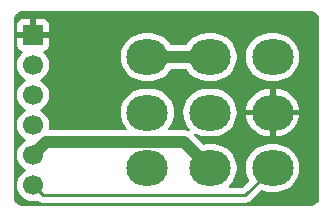
<source format=gbr>
%TF.GenerationSoftware,KiCad,Pcbnew,9.0.6*%
%TF.CreationDate,2025-11-23T18:57:29-06:00*%
%TF.ProjectId,switch,73776974-6368-42e6-9b69-6361645f7063,0.6.1*%
%TF.SameCoordinates,Original*%
%TF.FileFunction,Copper,L2,Bot*%
%TF.FilePolarity,Positive*%
%FSLAX46Y46*%
G04 Gerber Fmt 4.6, Leading zero omitted, Abs format (unit mm)*
G04 Created by KiCad (PCBNEW 9.0.6) date 2025-11-23 18:57:29*
%MOMM*%
%LPD*%
G01*
G04 APERTURE LIST*
%TA.AperFunction,ComponentPad*%
%ADD10O,3.500000X3.000000*%
%TD*%
%TA.AperFunction,ComponentPad*%
%ADD11R,1.700000X1.700000*%
%TD*%
%TA.AperFunction,ComponentPad*%
%ADD12C,1.700000*%
%TD*%
%TA.AperFunction,Conductor*%
%ADD13C,0.250000*%
%TD*%
%TA.AperFunction,Conductor*%
%ADD14C,1.000000*%
%TD*%
G04 APERTURE END LIST*
D10*
%TO.P,SW1,1,A*%
%TO.N,Net-(SW1-A-Pad1)*%
X127100000Y-97425000D03*
%TO.P,SW1,2,B*%
%TO.N,/JIN*%
X127100000Y-102125000D03*
%TO.P,SW1,3,C*%
%TO.N,Net-(J2-Pin_4)*%
X127100000Y-106825000D03*
%TO.P,SW1,4,A*%
%TO.N,Net-(SW1-A-Pad1)*%
X132400000Y-97425000D03*
%TO.P,SW1,5,B*%
%TO.N,Net-(J2-Pin_3)*%
X132400000Y-102125000D03*
%TO.P,SW1,6,C*%
%TO.N,Net-(J2-Pin_5)*%
X132400000Y-106825000D03*
%TO.P,SW1,7,A*%
%TO.N,unconnected-(SW1-A-Pad7)*%
X137700000Y-97425000D03*
%TO.P,SW1,8,B*%
%TO.N,/9V*%
X137700000Y-102125000D03*
%TO.P,SW1,9,C*%
%TO.N,Net-(J2-Pin_6)*%
X137700000Y-106825000D03*
%TD*%
D11*
%TO.P,J2,1,Pin_1*%
%TO.N,/9V*%
X117410000Y-95575000D03*
D12*
%TO.P,J2,2,Pin_2*%
%TO.N,/JIN*%
X117410000Y-98115000D03*
%TO.P,J2,3,Pin_3*%
%TO.N,Net-(J2-Pin_3)*%
X117410000Y-100655000D03*
%TO.P,J2,4,Pin_4*%
%TO.N,Net-(J2-Pin_4)*%
X117410000Y-103195000D03*
%TO.P,J2,5,Pin_5*%
%TO.N,Net-(J2-Pin_5)*%
X117410000Y-105735000D03*
%TO.P,J2,6,Pin_6*%
%TO.N,Net-(J2-Pin_6)*%
X117410000Y-108275000D03*
%TD*%
D13*
%TO.N,Net-(J2-Pin_6)*%
X117410000Y-108275000D02*
X118260000Y-109125000D01*
X135400000Y-109125000D02*
X137700000Y-106825000D01*
X118260000Y-109125000D02*
X135400000Y-109125000D01*
D14*
%TO.N,Net-(J2-Pin_5)*%
X117410000Y-105735000D02*
X118521000Y-104624000D01*
X118521000Y-104624000D02*
X130199000Y-104624000D01*
X130199000Y-104624000D02*
X132400000Y-106825000D01*
%TO.N,Net-(SW1-A-Pad1)*%
X127100000Y-97425000D02*
X132400000Y-97425000D01*
%TD*%
%TA.AperFunction,Conductor*%
%TO.N,/9V*%
G36*
X140906061Y-93536097D02*
G01*
X140916635Y-93537138D01*
X141034069Y-93548704D01*
X141057897Y-93553443D01*
X141175140Y-93589008D01*
X141197589Y-93598308D01*
X141256123Y-93629595D01*
X141305630Y-93656057D01*
X141325840Y-93669561D01*
X141420535Y-93747274D01*
X141437725Y-93764464D01*
X141515438Y-93859159D01*
X141528942Y-93879369D01*
X141586690Y-93987407D01*
X141595993Y-94009865D01*
X141631554Y-94127093D01*
X141636296Y-94150935D01*
X141648903Y-94278938D01*
X141649500Y-94291092D01*
X141649500Y-109278907D01*
X141648903Y-109291061D01*
X141636296Y-109419064D01*
X141631554Y-109442906D01*
X141595993Y-109560134D01*
X141586690Y-109582592D01*
X141528942Y-109690630D01*
X141515438Y-109710840D01*
X141437725Y-109805535D01*
X141420535Y-109822725D01*
X141325840Y-109900438D01*
X141305630Y-109913942D01*
X141197592Y-109971690D01*
X141175134Y-109980993D01*
X141057906Y-110016554D01*
X141034064Y-110021296D01*
X140906062Y-110033903D01*
X140893908Y-110034500D01*
X116546092Y-110034500D01*
X116533938Y-110033903D01*
X116405935Y-110021296D01*
X116382095Y-110016554D01*
X116264864Y-109980992D01*
X116242407Y-109971690D01*
X116134369Y-109913942D01*
X116114159Y-109900438D01*
X116019464Y-109822725D01*
X116002274Y-109805535D01*
X115957109Y-109750501D01*
X115924560Y-109710839D01*
X115911057Y-109690630D01*
X115853308Y-109582589D01*
X115844008Y-109560140D01*
X115808443Y-109442897D01*
X115803704Y-109419069D01*
X115791097Y-109291060D01*
X115790500Y-109278907D01*
X115790500Y-98008713D01*
X116059500Y-98008713D01*
X116059500Y-98221286D01*
X116092753Y-98431239D01*
X116158444Y-98633414D01*
X116254951Y-98822820D01*
X116379890Y-98994786D01*
X116530213Y-99145109D01*
X116702182Y-99270050D01*
X116710946Y-99274516D01*
X116761742Y-99322491D01*
X116778536Y-99390312D01*
X116755998Y-99456447D01*
X116710946Y-99495484D01*
X116702182Y-99499949D01*
X116530213Y-99624890D01*
X116379890Y-99775213D01*
X116254951Y-99947179D01*
X116158444Y-100136585D01*
X116092753Y-100338760D01*
X116059500Y-100548713D01*
X116059500Y-100761286D01*
X116092753Y-100971239D01*
X116158444Y-101173414D01*
X116254951Y-101362820D01*
X116379890Y-101534786D01*
X116530213Y-101685109D01*
X116702182Y-101810050D01*
X116710946Y-101814516D01*
X116761742Y-101862491D01*
X116778536Y-101930312D01*
X116755998Y-101996447D01*
X116710946Y-102035484D01*
X116702182Y-102039949D01*
X116530213Y-102164890D01*
X116379890Y-102315213D01*
X116254951Y-102487179D01*
X116158444Y-102676585D01*
X116092753Y-102878760D01*
X116059500Y-103088713D01*
X116059500Y-103301286D01*
X116087906Y-103480639D01*
X116092754Y-103511243D01*
X116147898Y-103680959D01*
X116158444Y-103713414D01*
X116254951Y-103902820D01*
X116379890Y-104074786D01*
X116530213Y-104225109D01*
X116702182Y-104350050D01*
X116710946Y-104354516D01*
X116761742Y-104402491D01*
X116778536Y-104470312D01*
X116755998Y-104536447D01*
X116710946Y-104575484D01*
X116702182Y-104579949D01*
X116530213Y-104704890D01*
X116379890Y-104855213D01*
X116254951Y-105027179D01*
X116158444Y-105216585D01*
X116092753Y-105418760D01*
X116060167Y-105624500D01*
X116059500Y-105628713D01*
X116059500Y-105841287D01*
X116092754Y-106051243D01*
X116134775Y-106180571D01*
X116158444Y-106253414D01*
X116254951Y-106442820D01*
X116379890Y-106614786D01*
X116530213Y-106765109D01*
X116702182Y-106890050D01*
X116710946Y-106894516D01*
X116761742Y-106942491D01*
X116778536Y-107010312D01*
X116755998Y-107076447D01*
X116710946Y-107115484D01*
X116702182Y-107119949D01*
X116530213Y-107244890D01*
X116379890Y-107395213D01*
X116254951Y-107567179D01*
X116158444Y-107756585D01*
X116158443Y-107756587D01*
X116158443Y-107756588D01*
X116125598Y-107857672D01*
X116092753Y-107958760D01*
X116062963Y-108146851D01*
X116059500Y-108168713D01*
X116059500Y-108381287D01*
X116092754Y-108591243D01*
X116134107Y-108718515D01*
X116158444Y-108793414D01*
X116254951Y-108982820D01*
X116379890Y-109154786D01*
X116530213Y-109305109D01*
X116702179Y-109430048D01*
X116702181Y-109430049D01*
X116702184Y-109430051D01*
X116891588Y-109526557D01*
X117093757Y-109592246D01*
X117303713Y-109625500D01*
X117303714Y-109625500D01*
X117516286Y-109625500D01*
X117516287Y-109625500D01*
X117726243Y-109592246D01*
X117742191Y-109587063D01*
X117812028Y-109585067D01*
X117843271Y-109598051D01*
X117855831Y-109605422D01*
X117861267Y-109610858D01*
X117963715Y-109679312D01*
X118017041Y-109701400D01*
X118077548Y-109726463D01*
X118097597Y-109730451D01*
X118131196Y-109737134D01*
X118198392Y-109750501D01*
X118198394Y-109750501D01*
X118327721Y-109750501D01*
X118327741Y-109750500D01*
X135461607Y-109750500D01*
X135522029Y-109738481D01*
X135582452Y-109726463D01*
X135615792Y-109712652D01*
X135696286Y-109679312D01*
X135747509Y-109645084D01*
X135798733Y-109610858D01*
X135885858Y-109523733D01*
X135885859Y-109523731D01*
X135892925Y-109516665D01*
X135892928Y-109516661D01*
X136662574Y-108747014D01*
X136723895Y-108713531D01*
X136793587Y-108718515D01*
X136797695Y-108720131D01*
X136805581Y-108723398D01*
X137058884Y-108791270D01*
X137318880Y-108825500D01*
X137318887Y-108825500D01*
X138081113Y-108825500D01*
X138081120Y-108825500D01*
X138341116Y-108791270D01*
X138594419Y-108723398D01*
X138836697Y-108623043D01*
X139063803Y-108491924D01*
X139271851Y-108332282D01*
X139271855Y-108332277D01*
X139271860Y-108332274D01*
X139457274Y-108146860D01*
X139457277Y-108146855D01*
X139457282Y-108146851D01*
X139616924Y-107938803D01*
X139748043Y-107711697D01*
X139848398Y-107469419D01*
X139916270Y-107216116D01*
X139950500Y-106956120D01*
X139950500Y-106693880D01*
X139916270Y-106433884D01*
X139848398Y-106180581D01*
X139822313Y-106117606D01*
X139748046Y-105938309D01*
X139748041Y-105938299D01*
X139616924Y-105711196D01*
X139457281Y-105503148D01*
X139457274Y-105503140D01*
X139271860Y-105317726D01*
X139271851Y-105317718D01*
X139063803Y-105158075D01*
X138836700Y-105026958D01*
X138836690Y-105026953D01*
X138594428Y-104926605D01*
X138594421Y-104926603D01*
X138594419Y-104926602D01*
X138341116Y-104858730D01*
X138283339Y-104851123D01*
X138081127Y-104824500D01*
X138081120Y-104824500D01*
X137318880Y-104824500D01*
X137318872Y-104824500D01*
X137087772Y-104854926D01*
X137058884Y-104858730D01*
X136805581Y-104926602D01*
X136805571Y-104926605D01*
X136563309Y-105026953D01*
X136563299Y-105026958D01*
X136336196Y-105158075D01*
X136128148Y-105317718D01*
X135942718Y-105503148D01*
X135783075Y-105711196D01*
X135651958Y-105938299D01*
X135651953Y-105938309D01*
X135551605Y-106180571D01*
X135551602Y-106180581D01*
X135483730Y-106433885D01*
X135449500Y-106693872D01*
X135449500Y-106956127D01*
X135470481Y-107115484D01*
X135483730Y-107216116D01*
X135531719Y-107395213D01*
X135551602Y-107469418D01*
X135551605Y-107469428D01*
X135651953Y-107711690D01*
X135651958Y-107711700D01*
X135705682Y-107804752D01*
X135722155Y-107872652D01*
X135699302Y-107938679D01*
X135685976Y-107954433D01*
X135177229Y-108463181D01*
X135115906Y-108496666D01*
X135089548Y-108499500D01*
X134103996Y-108499500D01*
X134036957Y-108479815D01*
X133991202Y-108427011D01*
X133981258Y-108357853D01*
X134010283Y-108294297D01*
X134016315Y-108287819D01*
X134157274Y-108146860D01*
X134157277Y-108146855D01*
X134157282Y-108146851D01*
X134316924Y-107938803D01*
X134448043Y-107711697D01*
X134548398Y-107469419D01*
X134616270Y-107216116D01*
X134650500Y-106956120D01*
X134650500Y-106693880D01*
X134616270Y-106433884D01*
X134548398Y-106180581D01*
X134522313Y-106117606D01*
X134448046Y-105938309D01*
X134448041Y-105938299D01*
X134316924Y-105711196D01*
X134157281Y-105503148D01*
X134157274Y-105503140D01*
X133971860Y-105317726D01*
X133971851Y-105317718D01*
X133763803Y-105158075D01*
X133536700Y-105026958D01*
X133536690Y-105026953D01*
X133294428Y-104926605D01*
X133294421Y-104926603D01*
X133294419Y-104926602D01*
X133041116Y-104858730D01*
X132983339Y-104851123D01*
X132781127Y-104824500D01*
X132781120Y-104824500D01*
X132018880Y-104824500D01*
X132018874Y-104824500D01*
X132018869Y-104824501D01*
X131898832Y-104840304D01*
X131829797Y-104829538D01*
X131794966Y-104805046D01*
X131100393Y-104110473D01*
X131066908Y-104049150D01*
X131071892Y-103979458D01*
X131113764Y-103923525D01*
X131179228Y-103899108D01*
X131247501Y-103913960D01*
X131250075Y-103915406D01*
X131263295Y-103923039D01*
X131263309Y-103923046D01*
X131505571Y-104023394D01*
X131505581Y-104023398D01*
X131758884Y-104091270D01*
X132007188Y-104123960D01*
X132015074Y-104124999D01*
X132018880Y-104125500D01*
X132018887Y-104125500D01*
X132781113Y-104125500D01*
X132781120Y-104125500D01*
X133041116Y-104091270D01*
X133294419Y-104023398D01*
X133471340Y-103950114D01*
X133536690Y-103923046D01*
X133536691Y-103923045D01*
X133536697Y-103923043D01*
X133763803Y-103791924D01*
X133971851Y-103632282D01*
X133971855Y-103632277D01*
X133971860Y-103632274D01*
X134157274Y-103446860D01*
X134157277Y-103446855D01*
X134157282Y-103446851D01*
X134316924Y-103238803D01*
X134448043Y-103011697D01*
X134548398Y-102769419D01*
X134616270Y-102516116D01*
X134650500Y-102256120D01*
X134650500Y-101993880D01*
X134634849Y-101874999D01*
X135465654Y-101874999D01*
X135465655Y-101875000D01*
X136451518Y-101875000D01*
X136440889Y-101893409D01*
X136400000Y-102046009D01*
X136400000Y-102203991D01*
X136440889Y-102356591D01*
X136451518Y-102375000D01*
X135465655Y-102375000D01*
X135484221Y-102516016D01*
X135552075Y-102769255D01*
X135652404Y-103011471D01*
X135652409Y-103011482D01*
X135783496Y-103238528D01*
X135943092Y-103446519D01*
X135943098Y-103446526D01*
X136128473Y-103631901D01*
X136128480Y-103631907D01*
X136336471Y-103791503D01*
X136563517Y-103922590D01*
X136563528Y-103922595D01*
X136805744Y-104022924D01*
X137058979Y-104090777D01*
X137058990Y-104090779D01*
X137318905Y-104124999D01*
X137318920Y-104125000D01*
X137450000Y-104125000D01*
X137450000Y-102725000D01*
X137950000Y-102725000D01*
X137950000Y-104125000D01*
X138081080Y-104125000D01*
X138081094Y-104124999D01*
X138341009Y-104090779D01*
X138341020Y-104090777D01*
X138594255Y-104022924D01*
X138836471Y-103922595D01*
X138836482Y-103922590D01*
X139063528Y-103791503D01*
X139271519Y-103631907D01*
X139271526Y-103631901D01*
X139456901Y-103446526D01*
X139456907Y-103446519D01*
X139616503Y-103238528D01*
X139747590Y-103011482D01*
X139747595Y-103011471D01*
X139847924Y-102769255D01*
X139915778Y-102516016D01*
X139934345Y-102375000D01*
X138948482Y-102375000D01*
X138959111Y-102356591D01*
X139000000Y-102203991D01*
X139000000Y-102046009D01*
X138959111Y-101893409D01*
X138948482Y-101875000D01*
X139934345Y-101875000D01*
X139934345Y-101874999D01*
X139915778Y-101733983D01*
X139847924Y-101480744D01*
X139747595Y-101238528D01*
X139747590Y-101238517D01*
X139616503Y-101011471D01*
X139456907Y-100803480D01*
X139456901Y-100803473D01*
X139271526Y-100618098D01*
X139271519Y-100618092D01*
X139063528Y-100458496D01*
X138836482Y-100327409D01*
X138836471Y-100327404D01*
X138594255Y-100227075D01*
X138341020Y-100159222D01*
X138341009Y-100159220D01*
X138081094Y-100125000D01*
X137950000Y-100125000D01*
X137950000Y-101525000D01*
X137450000Y-101525000D01*
X137450000Y-100125000D01*
X137318905Y-100125000D01*
X137058990Y-100159220D01*
X137058979Y-100159222D01*
X136805744Y-100227075D01*
X136563528Y-100327404D01*
X136563517Y-100327409D01*
X136336471Y-100458496D01*
X136128480Y-100618092D01*
X136128473Y-100618098D01*
X135943098Y-100803473D01*
X135943092Y-100803480D01*
X135783496Y-101011471D01*
X135652409Y-101238517D01*
X135652404Y-101238528D01*
X135552075Y-101480744D01*
X135484221Y-101733983D01*
X135465654Y-101874999D01*
X134634849Y-101874999D01*
X134616270Y-101733884D01*
X134548398Y-101480581D01*
X134499618Y-101362816D01*
X134448046Y-101238309D01*
X134448041Y-101238299D01*
X134316924Y-101011196D01*
X134157536Y-100803480D01*
X134157282Y-100803149D01*
X134157281Y-100803148D01*
X134157274Y-100803140D01*
X133971860Y-100617726D01*
X133971851Y-100617718D01*
X133763803Y-100458075D01*
X133536700Y-100326958D01*
X133536690Y-100326953D01*
X133294428Y-100226605D01*
X133294421Y-100226603D01*
X133294419Y-100226602D01*
X133041116Y-100158730D01*
X132983339Y-100151123D01*
X132781127Y-100124500D01*
X132781120Y-100124500D01*
X132018880Y-100124500D01*
X132018872Y-100124500D01*
X131787772Y-100154926D01*
X131758884Y-100158730D01*
X131505581Y-100226602D01*
X131505571Y-100226605D01*
X131263309Y-100326953D01*
X131263299Y-100326958D01*
X131036196Y-100458075D01*
X130828148Y-100617718D01*
X130642718Y-100803148D01*
X130483075Y-101011196D01*
X130351958Y-101238299D01*
X130351953Y-101238309D01*
X130251605Y-101480571D01*
X130251602Y-101480581D01*
X130196801Y-101685104D01*
X130183730Y-101733885D01*
X130149500Y-101993872D01*
X130149500Y-102256127D01*
X130165151Y-102375000D01*
X130183730Y-102516116D01*
X130226728Y-102676588D01*
X130251602Y-102769418D01*
X130251605Y-102769428D01*
X130351953Y-103011690D01*
X130351958Y-103011700D01*
X130483075Y-103238803D01*
X130642718Y-103446851D01*
X130642726Y-103446860D01*
X130676505Y-103480639D01*
X130678226Y-103483790D01*
X130681277Y-103485686D01*
X130694845Y-103514227D01*
X130709990Y-103541962D01*
X130709733Y-103545544D01*
X130711276Y-103548788D01*
X130707260Y-103580131D01*
X130705006Y-103611654D01*
X130702853Y-103614529D01*
X130702397Y-103618091D01*
X130682075Y-103642284D01*
X130663134Y-103667587D01*
X130659768Y-103668842D01*
X130657459Y-103671592D01*
X130627281Y-103680959D01*
X130597670Y-103692004D01*
X130593152Y-103691553D01*
X130590731Y-103692305D01*
X130579837Y-103690225D01*
X130555723Y-103687820D01*
X130548394Y-103685790D01*
X130544165Y-103684038D01*
X130490836Y-103661949D01*
X130394188Y-103642724D01*
X130389701Y-103641831D01*
X130389692Y-103641829D01*
X130297544Y-103623500D01*
X130297541Y-103623500D01*
X128973181Y-103623500D01*
X128906142Y-103603815D01*
X128860387Y-103551011D01*
X128850443Y-103481853D01*
X128874806Y-103424013D01*
X129016924Y-103238803D01*
X129148041Y-103011700D01*
X129148046Y-103011690D01*
X129248394Y-102769428D01*
X129248398Y-102769419D01*
X129316270Y-102516116D01*
X129350500Y-102256120D01*
X129350500Y-101993880D01*
X129316270Y-101733884D01*
X129248398Y-101480581D01*
X129199618Y-101362816D01*
X129148046Y-101238309D01*
X129148041Y-101238299D01*
X129016924Y-101011196D01*
X128857536Y-100803480D01*
X128857282Y-100803149D01*
X128857281Y-100803148D01*
X128857274Y-100803140D01*
X128671860Y-100617726D01*
X128671851Y-100617718D01*
X128463803Y-100458075D01*
X128236700Y-100326958D01*
X128236690Y-100326953D01*
X127994428Y-100226605D01*
X127994421Y-100226603D01*
X127994419Y-100226602D01*
X127741116Y-100158730D01*
X127683339Y-100151123D01*
X127481127Y-100124500D01*
X127481120Y-100124500D01*
X126718880Y-100124500D01*
X126718872Y-100124500D01*
X126487772Y-100154926D01*
X126458884Y-100158730D01*
X126205581Y-100226602D01*
X126205571Y-100226605D01*
X125963309Y-100326953D01*
X125963299Y-100326958D01*
X125736196Y-100458075D01*
X125528148Y-100617718D01*
X125342718Y-100803148D01*
X125183075Y-101011196D01*
X125051958Y-101238299D01*
X125051953Y-101238309D01*
X124951605Y-101480571D01*
X124951602Y-101480581D01*
X124896801Y-101685104D01*
X124883730Y-101733885D01*
X124849500Y-101993872D01*
X124849500Y-102256127D01*
X124865151Y-102375000D01*
X124883730Y-102516116D01*
X124926728Y-102676588D01*
X124951602Y-102769418D01*
X124951605Y-102769428D01*
X125051953Y-103011690D01*
X125051958Y-103011700D01*
X125183075Y-103238803D01*
X125325194Y-103424013D01*
X125350389Y-103489182D01*
X125336351Y-103557627D01*
X125287537Y-103607617D01*
X125226819Y-103623500D01*
X118854651Y-103623500D01*
X118787612Y-103603815D01*
X118741857Y-103551011D01*
X118731913Y-103481853D01*
X118732178Y-103480102D01*
X118760500Y-103301286D01*
X118760500Y-103088713D01*
X118748302Y-103011697D01*
X118727246Y-102878757D01*
X118661557Y-102676588D01*
X118565051Y-102487184D01*
X118565049Y-102487181D01*
X118565048Y-102487179D01*
X118440109Y-102315213D01*
X118289786Y-102164890D01*
X118117820Y-102039951D01*
X118117115Y-102039591D01*
X118109054Y-102035485D01*
X118058259Y-101987512D01*
X118041463Y-101919692D01*
X118063999Y-101853556D01*
X118109054Y-101814515D01*
X118117816Y-101810051D01*
X118191397Y-101756592D01*
X118289786Y-101685109D01*
X118289788Y-101685106D01*
X118289792Y-101685104D01*
X118440104Y-101534792D01*
X118440106Y-101534788D01*
X118440109Y-101534786D01*
X118565048Y-101362820D01*
X118565047Y-101362820D01*
X118565051Y-101362816D01*
X118661557Y-101173412D01*
X118727246Y-100971243D01*
X118760500Y-100761287D01*
X118760500Y-100548713D01*
X118727246Y-100338757D01*
X118661557Y-100136588D01*
X118565051Y-99947184D01*
X118565049Y-99947181D01*
X118565048Y-99947179D01*
X118440109Y-99775213D01*
X118289786Y-99624890D01*
X118117820Y-99499951D01*
X118117115Y-99499591D01*
X118109054Y-99495485D01*
X118058259Y-99447512D01*
X118041463Y-99379692D01*
X118063999Y-99313556D01*
X118109054Y-99274515D01*
X118117816Y-99270051D01*
X118139789Y-99254086D01*
X118289786Y-99145109D01*
X118289788Y-99145106D01*
X118289792Y-99145104D01*
X118440104Y-98994792D01*
X118440106Y-98994788D01*
X118440109Y-98994786D01*
X118565048Y-98822820D01*
X118565047Y-98822820D01*
X118565051Y-98822816D01*
X118661557Y-98633412D01*
X118727246Y-98431243D01*
X118760500Y-98221287D01*
X118760500Y-98008713D01*
X118727246Y-97798757D01*
X118661557Y-97596588D01*
X118565051Y-97407184D01*
X118532735Y-97362705D01*
X118532735Y-97362703D01*
X118482726Y-97293872D01*
X124849500Y-97293872D01*
X124849500Y-97556127D01*
X124876123Y-97758339D01*
X124883730Y-97816116D01*
X124935336Y-98008713D01*
X124951602Y-98069418D01*
X124951605Y-98069428D01*
X125051953Y-98311690D01*
X125051958Y-98311700D01*
X125183075Y-98538803D01*
X125342718Y-98746851D01*
X125342726Y-98746860D01*
X125528140Y-98932274D01*
X125528148Y-98932281D01*
X125736196Y-99091924D01*
X125963299Y-99223041D01*
X125963309Y-99223046D01*
X126181820Y-99313556D01*
X126205581Y-99323398D01*
X126458884Y-99391270D01*
X126718880Y-99425500D01*
X126718887Y-99425500D01*
X127481113Y-99425500D01*
X127481120Y-99425500D01*
X127741116Y-99391270D01*
X127994419Y-99323398D01*
X128236697Y-99223043D01*
X128463803Y-99091924D01*
X128671851Y-98932282D01*
X128671855Y-98932277D01*
X128671860Y-98932274D01*
X128857274Y-98746860D01*
X128857277Y-98746855D01*
X128857282Y-98746851D01*
X129016924Y-98538803D01*
X129046544Y-98487500D01*
X129097111Y-98439285D01*
X129153931Y-98425500D01*
X130346069Y-98425500D01*
X130413108Y-98445185D01*
X130453456Y-98487500D01*
X130483075Y-98538803D01*
X130642718Y-98746851D01*
X130642726Y-98746860D01*
X130828140Y-98932274D01*
X130828148Y-98932281D01*
X131036196Y-99091924D01*
X131263299Y-99223041D01*
X131263309Y-99223046D01*
X131481820Y-99313556D01*
X131505581Y-99323398D01*
X131758884Y-99391270D01*
X132018880Y-99425500D01*
X132018887Y-99425500D01*
X132781113Y-99425500D01*
X132781120Y-99425500D01*
X133041116Y-99391270D01*
X133294419Y-99323398D01*
X133536697Y-99223043D01*
X133763803Y-99091924D01*
X133971851Y-98932282D01*
X133971855Y-98932277D01*
X133971860Y-98932274D01*
X134157274Y-98746860D01*
X134157277Y-98746855D01*
X134157282Y-98746851D01*
X134316924Y-98538803D01*
X134448043Y-98311697D01*
X134548398Y-98069419D01*
X134616270Y-97816116D01*
X134650500Y-97556120D01*
X134650500Y-97293880D01*
X134650499Y-97293872D01*
X135449500Y-97293872D01*
X135449500Y-97556127D01*
X135476123Y-97758339D01*
X135483730Y-97816116D01*
X135535336Y-98008713D01*
X135551602Y-98069418D01*
X135551605Y-98069428D01*
X135651953Y-98311690D01*
X135651958Y-98311700D01*
X135783075Y-98538803D01*
X135942718Y-98746851D01*
X135942726Y-98746860D01*
X136128140Y-98932274D01*
X136128148Y-98932281D01*
X136336196Y-99091924D01*
X136563299Y-99223041D01*
X136563309Y-99223046D01*
X136781820Y-99313556D01*
X136805581Y-99323398D01*
X137058884Y-99391270D01*
X137318880Y-99425500D01*
X137318887Y-99425500D01*
X138081113Y-99425500D01*
X138081120Y-99425500D01*
X138341116Y-99391270D01*
X138594419Y-99323398D01*
X138836697Y-99223043D01*
X139063803Y-99091924D01*
X139271851Y-98932282D01*
X139271855Y-98932277D01*
X139271860Y-98932274D01*
X139457274Y-98746860D01*
X139457277Y-98746855D01*
X139457282Y-98746851D01*
X139616924Y-98538803D01*
X139748043Y-98311697D01*
X139848398Y-98069419D01*
X139916270Y-97816116D01*
X139950500Y-97556120D01*
X139950500Y-97293880D01*
X139916270Y-97033884D01*
X139848398Y-96780581D01*
X139801387Y-96667086D01*
X139748046Y-96538309D01*
X139748041Y-96538299D01*
X139616924Y-96311196D01*
X139457281Y-96103148D01*
X139457274Y-96103140D01*
X139271860Y-95917726D01*
X139271851Y-95917718D01*
X139063803Y-95758075D01*
X138836700Y-95626958D01*
X138836690Y-95626953D01*
X138594428Y-95526605D01*
X138594421Y-95526603D01*
X138594419Y-95526602D01*
X138341116Y-95458730D01*
X138283339Y-95451123D01*
X138081127Y-95424500D01*
X138081120Y-95424500D01*
X137318880Y-95424500D01*
X137318872Y-95424500D01*
X137087772Y-95454926D01*
X137058884Y-95458730D01*
X136870624Y-95509174D01*
X136805581Y-95526602D01*
X136805571Y-95526605D01*
X136563309Y-95626953D01*
X136563299Y-95626958D01*
X136336196Y-95758075D01*
X136128148Y-95917718D01*
X135942718Y-96103148D01*
X135783075Y-96311196D01*
X135651958Y-96538299D01*
X135651953Y-96538309D01*
X135551605Y-96780571D01*
X135551602Y-96780581D01*
X135486176Y-97024758D01*
X135483730Y-97033885D01*
X135449500Y-97293872D01*
X134650499Y-97293872D01*
X134616270Y-97033884D01*
X134548398Y-96780581D01*
X134501387Y-96667086D01*
X134448046Y-96538309D01*
X134448041Y-96538299D01*
X134316924Y-96311196D01*
X134157281Y-96103148D01*
X134157274Y-96103140D01*
X133971860Y-95917726D01*
X133971851Y-95917718D01*
X133763803Y-95758075D01*
X133536700Y-95626958D01*
X133536690Y-95626953D01*
X133294428Y-95526605D01*
X133294421Y-95526603D01*
X133294419Y-95526602D01*
X133041116Y-95458730D01*
X132983339Y-95451123D01*
X132781127Y-95424500D01*
X132781120Y-95424500D01*
X132018880Y-95424500D01*
X132018872Y-95424500D01*
X131787772Y-95454926D01*
X131758884Y-95458730D01*
X131570624Y-95509174D01*
X131505581Y-95526602D01*
X131505571Y-95526605D01*
X131263309Y-95626953D01*
X131263299Y-95626958D01*
X131036196Y-95758075D01*
X130828148Y-95917718D01*
X130642718Y-96103148D01*
X130483075Y-96311196D01*
X130453456Y-96362500D01*
X130402889Y-96410715D01*
X130346069Y-96424500D01*
X129153931Y-96424500D01*
X129086892Y-96404815D01*
X129046544Y-96362500D01*
X129016924Y-96311196D01*
X128857281Y-96103148D01*
X128857274Y-96103140D01*
X128671860Y-95917726D01*
X128671851Y-95917718D01*
X128463803Y-95758075D01*
X128236700Y-95626958D01*
X128236690Y-95626953D01*
X127994428Y-95526605D01*
X127994421Y-95526603D01*
X127994419Y-95526602D01*
X127741116Y-95458730D01*
X127683339Y-95451123D01*
X127481127Y-95424500D01*
X127481120Y-95424500D01*
X126718880Y-95424500D01*
X126718872Y-95424500D01*
X126487772Y-95454926D01*
X126458884Y-95458730D01*
X126270624Y-95509174D01*
X126205581Y-95526602D01*
X126205571Y-95526605D01*
X125963309Y-95626953D01*
X125963299Y-95626958D01*
X125736196Y-95758075D01*
X125528148Y-95917718D01*
X125342718Y-96103148D01*
X125183075Y-96311196D01*
X125051958Y-96538299D01*
X125051953Y-96538309D01*
X124951605Y-96780571D01*
X124951602Y-96780581D01*
X124886176Y-97024758D01*
X124883730Y-97033885D01*
X124849500Y-97293872D01*
X118482726Y-97293872D01*
X118440109Y-97235214D01*
X118440105Y-97235209D01*
X118326181Y-97121285D01*
X118292696Y-97059962D01*
X118297680Y-96990270D01*
X118339552Y-96934337D01*
X118370529Y-96917422D01*
X118502086Y-96868354D01*
X118502093Y-96868350D01*
X118617187Y-96782190D01*
X118617190Y-96782187D01*
X118703350Y-96667093D01*
X118703354Y-96667086D01*
X118753596Y-96532379D01*
X118753598Y-96532372D01*
X118759999Y-96472844D01*
X118760000Y-96472827D01*
X118760000Y-95825000D01*
X117843012Y-95825000D01*
X117875925Y-95767993D01*
X117910000Y-95640826D01*
X117910000Y-95509174D01*
X117875925Y-95382007D01*
X117843012Y-95325000D01*
X118760000Y-95325000D01*
X118760000Y-94677172D01*
X118759999Y-94677155D01*
X118753598Y-94617627D01*
X118753596Y-94617620D01*
X118703354Y-94482913D01*
X118703350Y-94482906D01*
X118617190Y-94367812D01*
X118617187Y-94367809D01*
X118502093Y-94281649D01*
X118502086Y-94281645D01*
X118367379Y-94231403D01*
X118367372Y-94231401D01*
X118307844Y-94225000D01*
X117660000Y-94225000D01*
X117660000Y-95141988D01*
X117602993Y-95109075D01*
X117475826Y-95075000D01*
X117344174Y-95075000D01*
X117217007Y-95109075D01*
X117160000Y-95141988D01*
X117160000Y-94225000D01*
X116512155Y-94225000D01*
X116452627Y-94231401D01*
X116452620Y-94231403D01*
X116317913Y-94281645D01*
X116317906Y-94281649D01*
X116202812Y-94367809D01*
X116202809Y-94367812D01*
X116116649Y-94482906D01*
X116116645Y-94482913D01*
X116066403Y-94617620D01*
X116066401Y-94617627D01*
X116060000Y-94677155D01*
X116060000Y-95325000D01*
X116976988Y-95325000D01*
X116944075Y-95382007D01*
X116910000Y-95509174D01*
X116910000Y-95640826D01*
X116944075Y-95767993D01*
X116976988Y-95825000D01*
X116060000Y-95825000D01*
X116060000Y-96472844D01*
X116066401Y-96532372D01*
X116066403Y-96532379D01*
X116116645Y-96667086D01*
X116116649Y-96667093D01*
X116202809Y-96782187D01*
X116202812Y-96782190D01*
X116317906Y-96868350D01*
X116317913Y-96868354D01*
X116449470Y-96917422D01*
X116505404Y-96959293D01*
X116529821Y-97024758D01*
X116514969Y-97093031D01*
X116493819Y-97121285D01*
X116379889Y-97235215D01*
X116254951Y-97407179D01*
X116158444Y-97596585D01*
X116092753Y-97798760D01*
X116059500Y-98008713D01*
X115790500Y-98008713D01*
X115790500Y-94291092D01*
X115791097Y-94278939D01*
X115795407Y-94235172D01*
X115803704Y-94150928D01*
X115808442Y-94127104D01*
X115844010Y-94009855D01*
X115853306Y-93987413D01*
X115911061Y-93879363D01*
X115924556Y-93859165D01*
X116002279Y-93764458D01*
X116019458Y-93747279D01*
X116114165Y-93669556D01*
X116134363Y-93656061D01*
X116242413Y-93598306D01*
X116264855Y-93589010D01*
X116382104Y-93553442D01*
X116405928Y-93548704D01*
X116524614Y-93537015D01*
X116533939Y-93536097D01*
X116546092Y-93535500D01*
X116584170Y-93535500D01*
X140855830Y-93535500D01*
X140893908Y-93535500D01*
X140906061Y-93536097D01*
G37*
%TD.AperFunction*%
%TD*%
M02*

</source>
